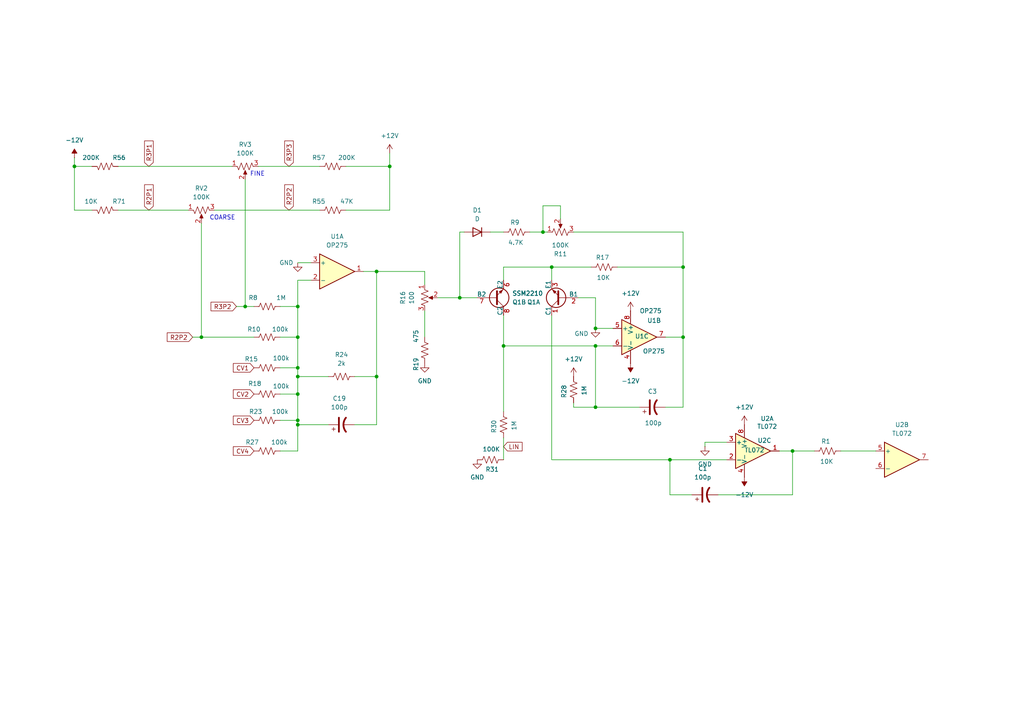
<source format=kicad_sch>
(kicad_sch (version 20231120) (generator "eeschema") (generator_version "8.0")
  (paper "A4")
  (lib_symbols
    (symbol "Amplifier_Operational:OP275" (pin_names (offset 0.127))
      (property "Reference" "U" (at 0 5.08 0))
      (property "Value" "OP275" (at 0 -5.08 0))
      (symbol "OP275_1_1"
        (polyline (pts (xy -5.08 5.08) (xy 5.08 0) (xy -5.08 -5.08) (xy -5.08 5.08)) (stroke (width 0.254)) (fill (type background)))
        (pin output line (at 7.62 0 180) (length 2.54) (name "~") (number "1"))
        (pin input line (at -7.62 -2.54 0) (length 2.54) (name "-") (number "2"))
        (pin input line (at -7.62 2.54 0) (length 2.54) (name "+") (number "3"))
      )
      (symbol "OP275_2_1"
        (polyline (pts (xy -5.08 5.08) (xy 5.08 0) (xy -5.08 -5.08) (xy -5.08 5.08)) (stroke (width 0.254)) (fill (type background)))
        (pin input line (at -7.62 2.54 0) (length 2.54) (name "+") (number "5"))
        (pin input line (at -7.62 -2.54 0) (length 2.54) (name "-") (number "6"))
        (pin output line (at 7.62 0 180) (length 2.54) (name "~") (number "7"))
      )
      (symbol "OP275_3_1"
        (pin power_in line (at -2.54 -7.62 90) (length 3.81) (name "V-") (number "4"))
        (pin power_in line (at -2.54 7.62 270) (length 3.81) (name "V+") (number "8"))
      )
    )
    (symbol "Amplifier_Operational:TL072" (pin_names (offset 0.127))
      (property "Reference" "U" (at 0 5.08 0))
      (property "Value" "TL072" (at 0 -5.08 0))
      (symbol "TL072_1_1"
        (polyline (pts (xy -5.08 5.08) (xy 5.08 0) (xy -5.08 -5.08) (xy -5.08 5.08)) (stroke (width 0.254)) (fill (type background)))
        (pin output line (at 7.62 0 180) (length 2.54) (name "~") (number "1"))
        (pin input line (at -7.62 -2.54 0) (length 2.54) (name "-") (number "2"))
        (pin input line (at -7.62 2.54 0) (length 2.54) (name "+") (number "3"))
      )
      (symbol "TL072_2_1"
        (polyline (pts (xy -5.08 5.08) (xy 5.08 0) (xy -5.08 -5.08) (xy -5.08 5.08)) (stroke (width 0.254)) (fill (type background)))
        (pin input line (at -7.62 2.54 0) (length 2.54) (name "+") (number "5"))
        (pin input line (at -7.62 -2.54 0) (length 2.54) (name "-") (number "6"))
        (pin output line (at 7.62 0 180) (length 2.54) (name "~") (number "7"))
      )
      (symbol "TL072_3_1"
        (pin power_in line (at -2.54 -7.62 90) (length 3.81) (name "V-") (number "4"))
        (pin power_in line (at -2.54 7.62 270) (length 3.81) (name "V+") (number "8"))
      )
    )
    (symbol "Device:C_Polarized_US" (pin_numbers hide) (pin_names (offset 0.254) hide)
      (property "Reference" "C" (at 0.635 2.54 0))
      (property "Value" "C_Polarized_US" (at 0.635 -2.54 0))
      (symbol "C_Polarized_US_0_1"
        (polyline (pts (xy -2.032 0.762) (xy 2.032 0.762)) (stroke (width 0.508)))
        (polyline (pts (xy -1.778 2.286) (xy -0.762 2.286)))
        (polyline (pts (xy -1.27 1.778) (xy -1.27 2.794)))
        (arc (start 2.032 -1.27) (mid 0 -0.5572) (end -2.032 -1.27) (stroke (width 0.508)))
      )
      (symbol "C_Polarized_US_1_1"
        (pin passive line (at 0 3.81 270) (length 2.794) (name "~") (number "1"))
        (pin passive line (at 0 -3.81 90) (length 3.302) (name "~") (number "2"))
      )
    )
    (symbol "Device:D" (pin_numbers hide) (pin_names (offset 1.016) hide)
      (property "Reference" "D" (at 0 2.54 0))
      (property "Value" "D" (at 0 -2.54 0))
      (symbol "D_0_1"
        (polyline (pts (xy -1.27 1.27) (xy -1.27 -1.27)) (stroke (width 0.254)))
        (polyline (pts (xy 1.27 0) (xy -1.27 0)))
        (polyline (pts (xy 1.27 1.27) (xy 1.27 -1.27) (xy -1.27 0) (xy 1.27 1.27)) (stroke (width 0.254)))
      )
      (symbol "D_1_1"
        (pin passive line (at -3.81 0 0) (length 2.54) (name "K") (number "1"))
        (pin passive line (at 3.81 0 180) (length 2.54) (name "A") (number "2"))
      )
    )
    (symbol "Device:R_Potentiometer_US" (pin_names (offset 1.016) hide)
      (property "Reference" "RV" (at -4.445 0 90))
      (property "Value" "R_Potentiometer_US" (at -2.54 0 90))
      (symbol "R_Potentiometer_US_0_1"
        (polyline (pts (xy 0 -2.286) (xy 0 -2.54)))
        (polyline (pts (xy 0 2.54) (xy 0 2.286)))
        (polyline (pts (xy 2.54 0) (xy 1.524 0)))
        (polyline (pts (xy 1.143 0) (xy 2.286 0.508) (xy 2.286 -0.508) (xy 1.143 0)) (fill (type outline)))
        (polyline (pts (xy 0 -0.762) (xy 1.016 -1.143) (xy 0 -1.524) (xy -1.016 -1.905) (xy 0 -2.286)))
        (polyline (pts (xy 0 0.762) (xy 1.016 0.381) (xy 0 0) (xy -1.016 -0.381) (xy 0 -0.762)))
        (polyline (pts (xy 0 2.286) (xy 1.016 1.905) (xy 0 1.524) (xy -1.016 1.143) (xy 0 0.762)))
      )
      (symbol "R_Potentiometer_US_1_1"
        (pin passive line (at 0 3.81 270) (length 1.27) (name "1") (number "1"))
        (pin passive line (at 3.81 0 180) (length 1.27) (name "2") (number "2"))
        (pin passive line (at 0 -3.81 90) (length 1.27) (name "3") (number "3"))
      )
    )
    (symbol "Device:R_US" (pin_numbers hide) (pin_names (offset 0))
      (property "Reference" "R" (at 2.54 0 90))
      (property "Value" "R_US" (at -2.54 0 90))
      (symbol "R_US_0_1"
        (polyline (pts (xy 0 -2.286) (xy 0 -2.54)))
        (polyline (pts (xy 0 2.286) (xy 0 2.54)))
        (polyline (pts (xy 0 -0.762) (xy 1.016 -1.143) (xy 0 -1.524) (xy -1.016 -1.905) (xy 0 -2.286)))
        (polyline (pts (xy 0 0.762) (xy 1.016 0.381) (xy 0 0) (xy -1.016 -0.381) (xy 0 -0.762)))
        (polyline (pts (xy 0 2.286) (xy 1.016 1.905) (xy 0 1.524) (xy -1.016 1.143) (xy 0 0.762)))
      )
      (symbol "R_US_1_1"
        (pin passive line (at 0 3.81 270) (length 1.27) (name "~") (number "1"))
        (pin passive line (at 0 -3.81 90) (length 1.27) (name "~") (number "2"))
      )
    )
    (symbol "Transistor_BJT:SSM2210" (pin_names (offset 0))
      (property "Reference" "Q" (at 5.08 1.27 0))
      (property "Value" "SSM2210" (at 5.08 -1.27 0))
      (symbol "SSM2210_0_1"
        (polyline (pts (xy 0.635 0) (xy -2.54 0)))
        (polyline (pts (xy 0.635 0.635) (xy 2.54 2.54)))
        (polyline (pts (xy 0.635 -0.635) (xy 2.54 -2.54) (xy 2.54 -2.54)))
        (polyline (pts (xy 0.635 1.905) (xy 0.635 -1.905) (xy 0.635 -1.905)) (stroke (width 0.508)))
        (polyline (pts (xy 1.27 -1.778) (xy 1.778 -1.27) (xy 2.286 -2.286) (xy 1.27 -1.778) (xy 1.27 -1.778)) (fill (type outline)))
        (circle (center 1.27 0) (radius 2.8194) (stroke (width 0.254)))
      )
      (symbol "SSM2210_1_1"
        (pin passive line (at 2.54 5.08 270) (length 2.54) (name "C1") (number "1"))
        (pin input line (at -5.08 0 0) (length 2.54) (name "B1") (number "2"))
        (pin passive line (at 2.54 -5.08 90) (length 2.54) (name "E1") (number "3"))
      )
      (symbol "SSM2210_2_1"
        (pin passive line (at 2.54 -5.08 90) (length 2.54) (name "E2") (number "6"))
        (pin input line (at -5.08 0 0) (length 2.54) (name "B2") (number "7"))
        (pin passive line (at 2.54 5.08 270) (length 2.54) (name "C2") (number "8"))
      )
    )
    (symbol "power:+12V" (power) (pin_numbers hide) (pin_names (offset 0) hide)
      (property "Value" "+12V" (at 0 3.556 0))
      (symbol "+12V_0_1"
        (polyline (pts (xy -0.762 1.27) (xy 0 2.54)))
        (polyline (pts (xy 0 0) (xy 0 2.54)))
        (polyline (pts (xy 0 2.54) (xy 0.762 1.27)))
      )
      (symbol "+12V_1_1"
        (pin power_in line (at 0 0 90) (length 0) (name "~") (number "1"))
      )
    )
    (symbol "power:-12V" (power) (pin_numbers hide) (pin_names (offset 0) hide)
      (property "Value" "-12V" (at 0 3.556 0))
      (symbol "-12V_0_0"
        (pin power_in line (at 0 0 90) (length 0) (name "~") (number "1"))
      )
      (symbol "-12V_0_1"
        (polyline (pts (xy 0 0) (xy 0 1.27) (xy 0.762 1.27) (xy 0 2.54) (xy -0.762 1.27) (xy 0 1.27)) (fill (type outline)))
      )
    )
    (symbol "power:GND" (power) (pin_numbers hide) (pin_names (offset 0) hide)
      (property "Value" "GND" (at 0 -3.81 0))
      (symbol "GND_0_1"
        (polyline (pts (xy 0 0) (xy 0 -1.27) (xy 1.27 -1.27) (xy 0 -2.54) (xy -1.27 -1.27) (xy 0 -1.27)))
      )
      (symbol "GND_1_1"
        (pin power_in line (at 0 0 270) (length 0) (name "~") (number "1"))
      )
    )
  )
  (junction (at 86.36 123.19))
  (junction (at 113.03 48.26))
  (junction (at 58.42 97.79))
  (junction (at 172.72 95.25))
  (junction (at 86.36 114.3))
  (junction (at 86.36 97.79))
  (junction (at 133.35 86.36))
  (junction (at 229.87 130.81))
  (junction (at 198.12 77.47))
  (junction (at 21.59 48.26))
  (junction (at 71.12 88.9))
  (junction (at 109.22 109.22))
  (junction (at 86.36 88.9))
  (junction (at 172.72 118.11))
  (junction (at 86.36 121.92))
  (junction (at 157.48 67.31))
  (junction (at 160.02 77.47))
  (junction (at 194.31 133.35))
  (junction (at 109.22 78.74))
  (junction (at 172.72 100.33))
  (junction (at 86.36 109.22))
  (junction (at 86.36 106.68))
  (junction (at 198.12 97.79))
  (junction (at 146.05 100.33))
  (wire (pts (xy 86.36 123.19) (xy 95.25 123.19)))
  (wire (pts (xy 62.23 60.96) (xy 92.71 60.96)))
  (wire (pts (xy 86.36 97.79) (xy 86.36 106.68)))
  (wire (pts (xy 58.42 64.77) (xy 58.42 97.79)))
  (wire (pts (xy 113.03 60.96) (xy 113.03 48.26)))
  (wire (pts (xy 133.35 86.36) (xy 138.43 86.36)))
  (wire (pts (xy 166.37 116.84) (xy 166.37 118.11)))
  (wire (pts (xy 81.28 130.81) (xy 86.36 130.81)))
  (wire (pts (xy 86.36 109.22) (xy 95.25 109.22)))
  (wire (pts (xy 157.48 67.31) (xy 158.75 67.31)))
  (wire (pts (xy 86.36 121.92) (xy 86.36 114.3)))
  (wire (pts (xy 21.59 48.26) (xy 26.67 48.26)))
  (wire (pts (xy 21.59 60.96) (xy 26.67 60.96)))
  (wire (pts (xy 55.88 97.79) (xy 58.42 97.79)))
  (wire (pts (xy 146.05 100.33) (xy 146.05 119.38)))
  (wire (pts (xy 105.41 78.74) (xy 109.22 78.74)))
  (wire (pts (xy 162.56 63.5) (xy 162.56 59.69)))
  (wire (pts (xy 109.22 78.74) (xy 109.22 109.22)))
  (wire (pts (xy 166.37 67.31) (xy 198.12 67.31)))
  (wire (pts (xy 71.12 88.9) (xy 73.66 88.9)))
  (wire (pts (xy 194.31 143.51) (xy 200.66 143.51)))
  (wire (pts (xy 208.28 143.51) (xy 229.87 143.51)))
  (wire (pts (xy 21.59 60.96) (xy 21.59 48.26)))
  (wire (pts (xy 34.29 60.96) (xy 54.61 60.96)))
  (wire (pts (xy 90.17 81.28) (xy 86.36 81.28)))
  (wire (pts (xy 193.04 118.11) (xy 198.12 118.11)))
  (wire (pts (xy 86.36 106.68) (xy 86.36 109.22)))
  (wire (pts (xy 198.12 118.11) (xy 198.12 97.79)))
  (wire (pts (xy 113.03 44.45) (xy 113.03 48.26)))
  (wire (pts (xy 229.87 130.81) (xy 236.22 130.81)))
  (wire (pts (xy 127 86.36) (xy 133.35 86.36)))
  (wire (pts (xy 243.84 130.81) (xy 254 130.81)))
  (wire (pts (xy 86.36 130.81) (xy 86.36 123.19)))
  (wire (pts (xy 109.22 109.22) (xy 109.22 123.19)))
  (wire (pts (xy 160.02 133.35) (xy 194.31 133.35)))
  (wire (pts (xy 81.28 88.9) (xy 86.36 88.9)))
  (wire (pts (xy 146.05 91.44) (xy 146.05 100.33)))
  (wire (pts (xy 133.35 67.31) (xy 133.35 86.36)))
  (wire (pts (xy 198.12 67.31) (xy 198.12 77.47)))
  (wire (pts (xy 229.87 143.51) (xy 229.87 130.81)))
  (wire (pts (xy 160.02 81.28) (xy 160.02 77.47)))
  (wire (pts (xy 167.64 86.36) (xy 172.72 86.36)))
  (wire (pts (xy 146.05 127) (xy 146.05 133.35)))
  (wire (pts (xy 185.42 118.11) (xy 172.72 118.11)))
  (wire (pts (xy 113.03 48.26) (xy 100.33 48.26)))
  (wire (pts (xy 210.82 133.35) (xy 194.31 133.35)))
  (wire (pts (xy 160.02 91.44) (xy 160.02 133.35)))
  (wire (pts (xy 194.31 133.35) (xy 194.31 143.51)))
  (wire (pts (xy 153.67 67.31) (xy 157.48 67.31)))
  (wire (pts (xy 198.12 77.47) (xy 198.12 97.79)))
  (wire (pts (xy 160.02 77.47) (xy 171.45 77.47)))
  (wire (pts (xy 74.93 48.26) (xy 92.71 48.26)))
  (wire (pts (xy 86.36 81.28) (xy 86.36 88.9)))
  (wire (pts (xy 86.36 76.2) (xy 90.17 76.2)))
  (wire (pts (xy 86.36 123.19) (xy 86.36 121.92)))
  (wire (pts (xy 162.56 59.69) (xy 157.48 59.69)))
  (wire (pts (xy 204.47 128.27) (xy 204.47 129.54)))
  (wire (pts (xy 166.37 118.11) (xy 172.72 118.11)))
  (wire (pts (xy 123.19 90.17) (xy 123.19 97.79)))
  (wire (pts (xy 21.59 45.72) (xy 21.59 48.26)))
  (wire (pts (xy 172.72 86.36) (xy 172.72 95.25)))
  (wire (pts (xy 58.42 97.79) (xy 73.66 97.79)))
  (wire (pts (xy 123.19 82.55) (xy 123.19 78.74)))
  (wire (pts (xy 172.72 100.33) (xy 172.72 118.11)))
  (wire (pts (xy 179.07 77.47) (xy 198.12 77.47)))
  (wire (pts (xy 34.29 48.26) (xy 67.31 48.26)))
  (wire (pts (xy 123.19 78.74) (xy 109.22 78.74)))
  (wire (pts (xy 198.12 97.79) (xy 193.04 97.79)))
  (wire (pts (xy 142.24 67.31) (xy 146.05 67.31)))
  (wire (pts (xy 81.28 114.3) (xy 86.36 114.3)))
  (wire (pts (xy 172.72 95.25) (xy 177.8 95.25)))
  (wire (pts (xy 86.36 109.22) (xy 86.36 114.3)))
  (wire (pts (xy 146.05 77.47) (xy 146.05 81.28)))
  (wire (pts (xy 146.05 100.33) (xy 172.72 100.33)))
  (wire (pts (xy 100.33 60.96) (xy 113.03 60.96)))
  (wire (pts (xy 157.48 59.69) (xy 157.48 67.31)))
  (wire (pts (xy 102.87 109.22) (xy 109.22 109.22)))
  (wire (pts (xy 210.82 128.27) (xy 204.47 128.27)))
  (wire (pts (xy 226.06 130.81) (xy 229.87 130.81)))
  (wire (pts (xy 81.28 106.68) (xy 86.36 106.68)))
  (wire (pts (xy 160.02 77.47) (xy 146.05 77.47)))
  (wire (pts (xy 81.28 97.79) (xy 86.36 97.79)))
  (wire (pts (xy 71.12 52.07) (xy 71.12 88.9)))
  (wire (pts (xy 172.72 100.33) (xy 177.8 100.33)))
  (wire (pts (xy 68.58 88.9) (xy 71.12 88.9)))
  (wire (pts (xy 102.87 123.19) (xy 109.22 123.19)))
  (wire (pts (xy 81.28 121.92) (xy 86.36 121.92)))
  (wire (pts (xy 86.36 88.9) (xy 86.36 97.79)))
  (wire (pts (xy 133.35 67.31) (xy 134.62 67.31)))
  (text "COARSE\n" (at 64.516 63.246 0) (effects (font (size 1.27 1.27))))
  (text "FINE\n" (at 74.676 50.546 0) (effects (font (size 1.27 1.27))))
  (global_label "CV3" (shape input) (at 73.66 121.92 180) (property "Intersheetrefs" "${INTERSHEET_REFS}" (effects (hide yes))))
  (global_label "R2P2" (shape input) (at 83.82 60.96 90) (property "Intersheetrefs" "${INTERSHEET_REFS}" (effects (hide yes))))
  (global_label "R3P1" (shape input) (at 43.18 48.26 90) (property "Intersheetrefs" "${INTERSHEET_REFS}" (effects (hide yes))))
  (global_label "R2P1" (shape input) (at 43.18 60.96 90) (property "Intersheetrefs" "${INTERSHEET_REFS}" (effects (hide yes))))
  (global_label "CV4" (shape input) (at 73.66 130.81 180) (property "Intersheetrefs" "${INTERSHEET_REFS}" (effects (hide yes))))
  (global_label "CV1" (shape input) (at 73.66 106.68 180) (property "Intersheetrefs" "${INTERSHEET_REFS}" (effects (hide yes))))
  (global_label "R3P2" (shape input) (at 68.58 88.9 180) (property "Intersheetrefs" "${INTERSHEET_REFS}" (effects (hide yes))))
  (global_label "CV2" (shape input) (at 73.66 114.3 180) (property "Intersheetrefs" "${INTERSHEET_REFS}" (effects (hide yes))))
  (global_label "R2P2" (shape input) (at 55.88 97.79 180) (property "Intersheetrefs" "${INTERSHEET_REFS}" (effects (hide yes))))
  (global_label "R3P3" (shape input) (at 83.82 48.26 90) (property "Intersheetrefs" "${INTERSHEET_REFS}" (effects (hide yes))))
  (global_label "LIN" (shape input) (at 146.05 129.54 0) (property "Intersheetrefs" "${INTERSHEET_REFS}" (effects (hide yes))))
  (symbol (lib_id "power:GND") (at 138.43 133.35 0) (unit 1)
    (property "Reference" "#PWR08" (effects (hide yes)))
    (property "Value" "GND" (at 138.43 138.43 0))
    (property "Description" "Power symbol creates a global label with name \"GND\" , ground" (effects (hide yes)))
  )
  (symbol (lib_id "Device:R_Potentiometer_US") (at 58.42 60.96 90) (mirror x) (unit 1)
    (property "Reference" "RV2" (at 58.42 54.61 90))
    (property "Value" "100K" (at 58.42 57.15 90))
    (property "Description" "Potentiometer, US symbol" (effects (hide yes)))
  )
  (symbol (lib_id "Device:R_US") (at 166.37 113.03 0) (unit 1)
    (property "Reference" "R28" (at 163.576 113.538 90))
    (property "Value" "1M" (at 169.418 113.284 90))
    (property "Description" "Resistor, US symbol" (effects (hide yes)))
  )
  (symbol (lib_id "power:GND") (at 204.47 129.54 0) (unit 1)
    (property "Reference" "#PWR012" (effects (hide yes)))
    (property "Value" "GND" (at 204.47 134.62 0))
    (property "Description" "Power symbol creates a global label with name \"GND\" , ground" (effects (hide yes)))
  )
  (symbol (lib_id "Device:R_Potentiometer_US") (at 123.19 86.36 0) (unit 1)
    (property "Reference" "R16" (at 116.84 86.36 90))
    (property "Value" "100" (at 119.38 86.36 90))
    (property "Description" "Potentiometer, US symbol" (effects (hide yes)))
  )
  (symbol (lib_id "Device:R_Potentiometer_US") (at 162.56 67.31 90) (unit 1)
    (property "Reference" "R11" (at 162.56 73.66 90))
    (property "Value" "100K" (at 162.56 71.12 90))
    (property "Description" "Potentiometer, US symbol" (effects (hide yes)))
  )
  (symbol (lib_id "power:GND") (at 86.36 76.2 0) (unit 1)
    (property "Reference" "#PWR03" (effects (hide yes)))
    (property "Value" "GND" (at 83.058 76.2 0))
    (property "Description" "Power symbol creates a global label with name \"GND\" , ground" (effects (hide yes)))
  )
  (symbol (lib_id "power:GND") (at 123.19 105.41 0) (unit 1)
    (property "Reference" "#PWR06" (effects (hide yes)))
    (property "Value" "GND" (at 123.19 110.49 0))
    (property "Description" "Power symbol creates a global label with name \"GND\" , ground" (effects (hide yes)))
  )
  (symbol (lib_id "Amplifier_Operational:TL072") (at 261.62 133.35 0) (unit 2)
    (property "Reference" "U2" (at 261.62 123.19 0))
    (property "Value" "TL072" (at 261.62 125.73 0))
    (property "Datasheet" "http://www.ti.com/lit/ds/symlink/tl071.pdf" (effects (hide yes)))
    (property "Description" "Dual Low-Noise JFET-Input Operational Amplifiers, DIP-8/SOIC-8" (effects (hide yes)))
  )
  (symbol (lib_id "Device:R_US") (at 146.05 123.19 0) (unit 1)
    (property "Reference" "R30" (at 143.256 123.698 90))
    (property "Value" "1M" (at 149.098 123.444 90))
    (property "Description" "Resistor, US symbol" (effects (hide yes)))
  )
  (symbol (lib_id "Device:R_US") (at 30.48 48.26 270) (mirror x) (unit 1)
    (property "Reference" "R56" (at 34.544 45.72 90))
    (property "Value" "200K" (at 26.416 45.72 90))
    (property "Description" "Resistor, US symbol" (effects (hide yes)))
  )
  (symbol (lib_id "Amplifier_Operational:OP275") (at 185.42 97.79 0) (unit 3)
    (property "Reference" "U1" (at 184.15 97.536 0) (effects (justify left)))
    (property "Value" "OP275" (at 186.436 101.854 0) (effects (justify left)))
    (property "Datasheet" "https://www.analog.com/media/en/technical-documentation/data-sheets/OP275.pdf" (effects (hide yes)))
    (property "Description" "Dual Bipolar/JFET, Audio Operational Amplifier, DIP-8/SOIC-8" (effects (hide yes)))
  )
  (symbol (lib_id "Transistor_BJT:SSM2210") (at 143.51 86.36 0) (mirror x) (unit 2)
    (property "Reference" "Q1" (at 148.59 87.6301 0) (effects (justify left)))
    (property "Value" "SSM2210" (at 148.59 85.09 0) (effects (justify left)))
    (property "Datasheet" "https://www.analog.com/media/en/technical-documentation/obsolete-data-sheets/SSM2210.pdf" (effects (hide yes)))
    (property "Description" "Audio Dual Matched NPN transistor, DIP-8/SOIC-8" (effects (hide yes)))
  )
  (symbol (lib_id "Device:R_US") (at 175.26 77.47 270) (unit 1)
    (property "Reference" "R17" (at 174.752 74.676 90))
    (property "Value" "10K" (at 175.006 80.518 90))
    (property "Description" "Resistor, US symbol" (effects (hide yes)))
  )
  (symbol (lib_id "Device:C_Polarized_US") (at 99.06 123.19 90) (unit 1)
    (property "Reference" "C19" (at 98.425 115.57 90))
    (property "Value" "100p" (at 98.425 118.11 90))
    (property "Description" "Polarized capacitor, US symbol" (effects (hide yes)))
  )
  (symbol (lib_id "Device:R_US") (at 142.24 133.35 90) (unit 1)
    (property "Reference" "R31" (at 142.748 136.144 90))
    (property "Value" "100K" (at 142.494 130.302 90))
    (property "Description" "Resistor, US symbol" (effects (hide yes)))
  )
  (symbol (lib_id "Device:R_US") (at 77.47 88.9 90) (unit 1)
    (property "Reference" "R8" (at 73.406 86.36 90))
    (property "Value" "1M" (at 81.534 86.36 90))
    (property "Description" "Resistor, US symbol" (effects (hide yes)))
  )
  (symbol (lib_id "Amplifier_Operational:TL072") (at 218.44 130.81 0) (unit 1)
    (property "Reference" "U2" (at 222.504 121.412 0))
    (property "Value" "TL072" (at 222.504 123.698 0))
    (property "Datasheet" "http://www.ti.com/lit/ds/symlink/tl071.pdf" (effects (hide yes)))
    (property "Description" "Dual Low-Noise JFET-Input Operational Amplifiers, DIP-8/SOIC-8" (effects (hide yes)))
  )
  (symbol (lib_id "Device:R_US") (at 30.48 60.96 270) (mirror x) (unit 1)
    (property "Reference" "R71" (at 34.544 58.42 90))
    (property "Value" "10K" (at 26.416 58.42 90))
    (property "Description" "Resistor, US symbol" (effects (hide yes)))
  )
  (symbol (lib_id "Device:R_US") (at 77.47 130.81 90) (unit 1)
    (property "Reference" "R27" (at 73.152 128.27 90))
    (property "Value" "100k" (at 81.026 128.27 90))
    (property "Description" "Resistor, US symbol" (effects (hide yes)))
  )
  (symbol (lib_id "Amplifier_Operational:TL072") (at 218.44 130.81 0) (unit 3)
    (property "Reference" "U2" (at 219.71 127.762 0) (effects (justify left)))
    (property "Value" "TL072" (at 215.9 130.556 0) (effects (justify left)))
    (property "Datasheet" "http://www.ti.com/lit/ds/symlink/tl071.pdf" (effects (hide yes)))
    (property "Description" "Dual Low-Noise JFET-Input Operational Amplifiers, DIP-8/SOIC-8" (effects (hide yes)))
  )
  (symbol (lib_id "power:GND") (at 172.72 95.25 0) (unit 1)
    (property "Reference" "#PWR07" (effects (hide yes)))
    (property "Value" "GND" (at 168.656 96.774 0))
    (property "Description" "Power symbol creates a global label with name \"GND\" , ground" (effects (hide yes)))
  )
  (symbol (lib_id "Device:R_US") (at 123.19 101.6 180) (unit 1)
    (property "Reference" "R19" (at 120.65 105.664 90))
    (property "Value" "475" (at 120.65 97.536 90))
    (property "Description" "Resistor, US symbol" (effects (hide yes)))
  )
  (symbol (lib_id "Transistor_BJT:SSM2210") (at 162.56 86.36 180) (unit 1)
    (property "Reference" "Q1" (at 156.718 87.63 0) (effects (justify left)))
    (property "Value" "SSM2210" (at 157.48 85.09 0) (effects (justify left)))
    (property "Datasheet" "https://www.analog.com/media/en/technical-documentation/obsolete-data-sheets/SSM2210.pdf" (effects (hide yes)))
    (property "Description" "Audio Dual Matched NPN transistor, DIP-8/SOIC-8" (effects (hide yes)))
  )
  (symbol (lib_id "Device:R_US") (at 77.47 114.3 90) (unit 1)
    (property "Reference" "R18" (at 73.914 111.252 90))
    (property "Value" "100k" (at 81.534 112.014 90))
    (property "Description" "Resistor, US symbol" (effects (hide yes)))
  )
  (symbol (lib_id "power:-12V") (at 182.88 105.41 180) (unit 1)
    (property "Reference" "#PWR01" (effects (hide yes)))
    (property "Value" "-12V" (at 182.88 110.49 0))
    (property "Description" "Power symbol creates a global label with name \"-12V\"" (effects (hide yes)))
  )
  (symbol (lib_id "power:+12V") (at 113.03 44.45 0) (unit 1)
    (property "Reference" "#PWR04" (effects (hide yes)))
    (property "Value" "+12V" (at 113.03 39.37 0))
    (property "Description" "Power symbol creates a global label with name \"+12V\"" (effects (hide yes)))
  )
  (symbol (lib_id "Amplifier_Operational:OP275") (at 185.42 97.79 0) (unit 2)
    (property "Reference" "U1" (at 189.738 92.964 0))
    (property "Value" "OP275" (at 188.722 90.17 0))
    (property "Datasheet" "https://www.analog.com/media/en/technical-documentation/data-sheets/OP275.pdf" (effects (hide yes)))
    (property "Description" "Dual Bipolar/JFET, Audio Operational Amplifier, DIP-8/SOIC-8" (effects (hide yes)))
  )
  (symbol (lib_id "power:+12V") (at 182.88 90.17 0) (unit 1)
    (property "Reference" "#PWR02" (effects (hide yes)))
    (property "Value" "+12V" (at 182.88 85.09 0))
    (property "Description" "Power symbol creates a global label with name \"+12V\"" (effects (hide yes)))
  )
  (symbol (lib_id "power:-12V") (at 21.59 45.72 0) (unit 1)
    (property "Reference" "#PWR05" (effects (hide yes)))
    (property "Value" "-12V" (at 21.59 40.64 0))
    (property "Description" "Power symbol creates a global label with name \"-12V\"" (effects (hide yes)))
  )
  (symbol (lib_id "power:+12V") (at 166.37 109.22 0) (unit 1)
    (property "Reference" "#PWR09" (effects (hide yes)))
    (property "Value" "+12V" (at 166.37 104.14 0))
    (property "Description" "Power symbol creates a global label with name \"+12V\"" (effects (hide yes)))
  )
  (symbol (lib_id "power:-12V") (at 215.9 138.43 180) (unit 1)
    (property "Reference" "#PWR011" (effects (hide yes)))
    (property "Value" "-12V" (at 215.9 143.51 0))
    (property "Description" "Power symbol creates a global label with name \"-12V\"" (effects (hide yes)))
  )
  (symbol (lib_id "Device:R_US") (at 240.03 130.81 270) (unit 1)
    (property "Reference" "R1" (at 239.522 128.016 90))
    (property "Value" "10K" (at 239.776 133.858 90))
    (property "Description" "Resistor, US symbol" (effects (hide yes)))
  )
  (symbol (lib_id "Device:R_US") (at 149.86 67.31 270) (unit 1)
    (property "Reference" "R9" (at 149.352 64.516 90))
    (property "Value" "4.7K" (at 149.606 70.358 90))
    (property "Description" "Resistor, US symbol" (effects (hide yes)))
  )
  (symbol (lib_id "Device:R_US") (at 77.47 121.92 90) (unit 1)
    (property "Reference" "R23" (at 74.168 119.38 90))
    (property "Value" "100k" (at 81.28 119.38 90))
    (property "Description" "Resistor, US symbol" (effects (hide yes)))
  )
  (symbol (lib_id "Device:R_Potentiometer_US") (at 71.12 48.26 90) (mirror x) (unit 1)
    (property "Reference" "RV3" (at 71.12 41.91 90))
    (property "Value" "100K" (at 71.12 44.45 90))
    (property "Description" "Potentiometer, US symbol" (effects (hide yes)))
  )
  (symbol (lib_id "Device:D") (at 138.43 67.31 180) (unit 1)
    (property "Reference" "D1" (at 138.43 60.96 0))
    (property "Value" "D" (at 138.43 63.5 0))
    (property "Description" "Diode" (effects (hide yes)))
    (property "Sim.Device" "D" (effects (hide yes)))
    (property "Sim.Pins" "1=K 2=A" (effects (hide yes)))
  )
  (symbol (lib_id "Device:R_US") (at 77.47 106.68 90) (unit 1)
    (property "Reference" "R15" (at 72.898 104.14 90))
    (property "Value" "100k" (at 81.534 103.886 90))
    (property "Description" "Resistor, US symbol" (effects (hide yes)))
  )
  (symbol (lib_id "Device:C_Polarized_US") (at 204.47 143.51 90) (unit 1)
    (property "Reference" "C1" (at 203.835 135.89 90))
    (property "Value" "100p" (at 203.835 138.43 90))
    (property "Description" "Polarized capacitor, US symbol" (effects (hide yes)))
  )
  (symbol (lib_id "Device:R_US") (at 96.52 60.96 90) (unit 1)
    (property "Reference" "R55" (at 92.456 58.42 90))
    (property "Value" "47K" (at 100.584 58.42 90))
    (property "Description" "Resistor, US symbol" (effects (hide yes)))
  )
  (symbol (lib_id "Amplifier_Operational:OP275") (at 97.79 78.74 0) (unit 1)
    (property "Reference" "U1" (at 97.79 68.58 0))
    (property "Value" "OP275" (at 97.79 71.12 0))
    (property "Datasheet" "https://www.analog.com/media/en/technical-documentation/data-sheets/OP275.pdf" (effects (hide yes)))
    (property "Description" "Dual Bipolar/JFET, Audio Operational Amplifier, DIP-8/SOIC-8" (effects (hide yes)))
  )
  (symbol (lib_id "Device:R_US") (at 77.47 97.79 90) (unit 1)
    (property "Reference" "R10" (at 73.66 95.504 90))
    (property "Value" "100k" (at 81.28 95.504 90))
    (property "Description" "Resistor, US symbol" (effects (hide yes)))
  )
  (symbol (lib_id "Device:R_US") (at 96.52 48.26 90) (unit 1)
    (property "Reference" "R57" (at 92.456 45.72 90))
    (property "Value" "200K" (at 100.584 45.72 90))
    (property "Description" "Resistor, US symbol" (effects (hide yes)))
  )
  (symbol (lib_id "power:+12V") (at 215.9 123.19 0) (unit 1)
    (property "Reference" "#PWR010" (effects (hide yes)))
    (property "Value" "+12V" (at 215.9 118.11 0))
    (property "Description" "Power symbol creates a global label with name \"+12V\"" (effects (hide yes)))
  )
  (symbol (lib_id "Device:C_Polarized_US") (at 189.23 118.11 90) (unit 1)
    (property "Reference" "C3" (at 189.23 113.538 90))
    (property "Value" "100p" (at 189.484 122.682 90))
    (property "Description" "Polarized capacitor, US symbol" (effects (hide yes)))
  )
  (symbol (lib_id "Device:R_US") (at 99.06 109.22 90) (unit 1)
    (property "Reference" "R24" (at 99.06 102.87 90))
    (property "Value" "2k" (at 99.06 105.41 90))
    (property "Description" "Resistor, US symbol" (effects (hide yes)))
  )
  (sheet (at 5.08 276.86) (size 289.56 184.15) (stroke (width 0.1524))
    (property "Sheetname" "P2" (at 5.08 276.1484 0) (effects (justify left bottom)))
    (property "Sheetfile" "untitled.kicad_sch" (at 5.08 461.5946 0) (effects (justify left top)))
  )
)
</source>
